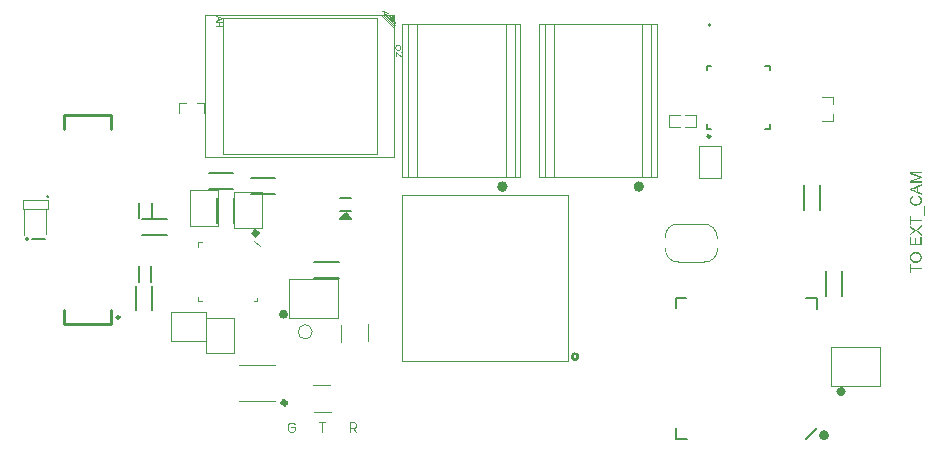
<source format=gto>
G04*
G04 #@! TF.GenerationSoftware,Altium Limited,Altium Designer,22.2.1 (43)*
G04*
G04 Layer_Color=65535*
%FSLAX25Y25*%
%MOIN*%
G70*
G04*
G04 #@! TF.SameCoordinates,78EA78F8-FF88-446E-916A-2EA80F8DE5DB*
G04*
G04*
G04 #@! TF.FilePolarity,Positive*
G04*
G01*
G75*
%ADD10C,0.00984*%
%ADD11C,0.00394*%
%ADD12C,0.00315*%
%ADD13C,0.01575*%
%ADD14C,0.01000*%
%ADD15C,0.00787*%
%ADD16C,0.00984*%
%ADD17C,0.00600*%
%ADD18C,0.00532*%
%ADD19C,0.00591*%
%ADD20C,0.00394*%
%ADD21C,0.00602*%
%ADD22C,0.00400*%
%ADD23C,0.01181*%
%ADD24C,0.00120*%
G36*
X302354Y94352D02*
X299141D01*
X302354Y93231D01*
Y92776D01*
X299085Y91666D01*
X302354D01*
Y91178D01*
X298514D01*
Y91938D01*
X301239Y92848D01*
X301244D01*
X301255Y92854D01*
X301272Y92859D01*
X301300Y92870D01*
X301366Y92893D01*
X301450Y92920D01*
X301544Y92948D01*
X301639Y92981D01*
X301727Y93009D01*
X301805Y93031D01*
X301794Y93037D01*
X301766Y93042D01*
X301716Y93059D01*
X301649Y93081D01*
X301561Y93109D01*
X301455Y93148D01*
X301333Y93187D01*
X301189Y93237D01*
X298514Y94158D01*
Y94841D01*
X302354D01*
Y94352D01*
D02*
G37*
G36*
Y90206D02*
X301189Y89757D01*
Y88147D01*
X302354Y87731D01*
Y87193D01*
X298514Y88658D01*
Y89213D01*
X302354Y90784D01*
Y90206D01*
D02*
G37*
G36*
X301167Y86982D02*
X301200Y86971D01*
X301244Y86954D01*
X301294Y86937D01*
X301355Y86915D01*
X301422Y86888D01*
X301494Y86854D01*
X301649Y86777D01*
X301805Y86677D01*
X301883Y86616D01*
X301960Y86554D01*
X302027Y86488D01*
X302094Y86410D01*
X302099Y86405D01*
X302110Y86394D01*
X302121Y86366D01*
X302144Y86338D01*
X302171Y86294D01*
X302199Y86249D01*
X302227Y86188D01*
X302255Y86127D01*
X302288Y86055D01*
X302315Y85977D01*
X302343Y85894D01*
X302371Y85805D01*
X302393Y85711D01*
X302404Y85611D01*
X302415Y85506D01*
X302421Y85395D01*
Y85334D01*
X302415Y85289D01*
Y85239D01*
X302410Y85178D01*
X302399Y85111D01*
X302388Y85034D01*
X302360Y84873D01*
X302315Y84706D01*
X302255Y84540D01*
X302216Y84462D01*
X302171Y84385D01*
X302166Y84379D01*
X302160Y84368D01*
X302144Y84346D01*
X302121Y84323D01*
X302099Y84290D01*
X302066Y84251D01*
X302027Y84207D01*
X301982Y84162D01*
X301933Y84118D01*
X301883Y84068D01*
X301755Y83968D01*
X301605Y83874D01*
X301439Y83791D01*
X301433D01*
X301416Y83780D01*
X301389Y83774D01*
X301355Y83757D01*
X301311Y83746D01*
X301255Y83729D01*
X301195Y83707D01*
X301128Y83691D01*
X301056Y83674D01*
X300972Y83652D01*
X300800Y83624D01*
X300606Y83602D01*
X300406Y83591D01*
X300401D01*
X300379D01*
X300345D01*
X300306Y83596D01*
X300251D01*
X300195Y83602D01*
X300123Y83607D01*
X300051Y83619D01*
X299890Y83646D01*
X299713Y83685D01*
X299535Y83741D01*
X299363Y83818D01*
X299357Y83824D01*
X299341Y83829D01*
X299319Y83841D01*
X299291Y83863D01*
X299252Y83885D01*
X299207Y83913D01*
X299108Y83985D01*
X298997Y84079D01*
X298886Y84190D01*
X298775Y84318D01*
X298680Y84468D01*
X298675Y84473D01*
X298669Y84490D01*
X298658Y84512D01*
X298641Y84540D01*
X298625Y84584D01*
X298608Y84629D01*
X298586Y84684D01*
X298564Y84745D01*
X298542Y84812D01*
X298519Y84884D01*
X298486Y85039D01*
X298458Y85217D01*
X298447Y85400D01*
Y85456D01*
X298453Y85494D01*
X298458Y85544D01*
X298464Y85605D01*
X298469Y85667D01*
X298486Y85739D01*
X298519Y85888D01*
X298569Y86055D01*
X298603Y86138D01*
X298641Y86216D01*
X298691Y86294D01*
X298741Y86371D01*
X298747Y86377D01*
X298752Y86388D01*
X298769Y86410D01*
X298797Y86438D01*
X298825Y86466D01*
X298864Y86505D01*
X298908Y86543D01*
X298952Y86588D01*
X299008Y86632D01*
X299074Y86677D01*
X299141Y86726D01*
X299213Y86771D01*
X299296Y86810D01*
X299380Y86854D01*
X299468Y86888D01*
X299568Y86921D01*
X299685Y86421D01*
X299679D01*
X299668Y86416D01*
X299646Y86405D01*
X299618Y86394D01*
X299585Y86382D01*
X299540Y86366D01*
X299452Y86321D01*
X299352Y86266D01*
X299252Y86199D01*
X299158Y86116D01*
X299074Y86027D01*
X299063Y86016D01*
X299041Y85983D01*
X299013Y85927D01*
X298974Y85855D01*
X298941Y85761D01*
X298908Y85655D01*
X298886Y85528D01*
X298880Y85389D01*
Y85345D01*
X298886Y85317D01*
Y85278D01*
X298891Y85234D01*
X298908Y85128D01*
X298930Y85012D01*
X298969Y84890D01*
X299024Y84762D01*
X299096Y84645D01*
Y84640D01*
X299108Y84634D01*
X299135Y84595D01*
X299180Y84545D01*
X299246Y84484D01*
X299330Y84412D01*
X299424Y84346D01*
X299540Y84285D01*
X299668Y84229D01*
X299674D01*
X299685Y84224D01*
X299701Y84218D01*
X299729Y84212D01*
X299763Y84201D01*
X299801Y84190D01*
X299896Y84174D01*
X300007Y84151D01*
X300129Y84129D01*
X300262Y84118D01*
X300406Y84113D01*
X300412D01*
X300429D01*
X300456D01*
X300490D01*
X300529Y84118D01*
X300578D01*
X300634Y84124D01*
X300695Y84129D01*
X300828Y84146D01*
X300972Y84174D01*
X301117Y84207D01*
X301261Y84251D01*
X301267D01*
X301278Y84257D01*
X301294Y84268D01*
X301322Y84279D01*
X301389Y84312D01*
X301466Y84362D01*
X301555Y84423D01*
X301649Y84501D01*
X301733Y84590D01*
X301811Y84695D01*
Y84701D01*
X301816Y84712D01*
X301827Y84728D01*
X301838Y84751D01*
X301849Y84778D01*
X301866Y84812D01*
X301899Y84890D01*
X301933Y84989D01*
X301960Y85100D01*
X301982Y85223D01*
X301988Y85350D01*
Y85389D01*
X301982Y85422D01*
Y85461D01*
X301977Y85500D01*
X301955Y85600D01*
X301927Y85716D01*
X301883Y85833D01*
X301822Y85955D01*
X301788Y86016D01*
X301744Y86072D01*
X301738Y86077D01*
X301733Y86083D01*
X301716Y86099D01*
X301699Y86122D01*
X301672Y86144D01*
X301639Y86172D01*
X301605Y86205D01*
X301561Y86233D01*
X301511Y86266D01*
X301455Y86305D01*
X301400Y86338D01*
X301333Y86371D01*
X301261Y86399D01*
X301183Y86427D01*
X301100Y86455D01*
X301011Y86477D01*
X301139Y86987D01*
X301145D01*
X301167Y86982D01*
D02*
G37*
G36*
X303420Y80255D02*
X303081D01*
Y83380D01*
X303420D01*
Y80255D01*
D02*
G37*
G36*
X298969Y78962D02*
X302354D01*
Y78452D01*
X298969D01*
Y77186D01*
X298514D01*
Y80228D01*
X298969D01*
Y78962D01*
D02*
G37*
G36*
X302354Y76392D02*
X300989Y75421D01*
X300984Y75416D01*
X300967Y75405D01*
X300945Y75393D01*
X300917Y75371D01*
X300839Y75321D01*
X300756Y75266D01*
X300762Y75260D01*
X300784Y75244D01*
X300817Y75221D01*
X300862Y75194D01*
X300950Y75133D01*
X300989Y75105D01*
X301022Y75083D01*
X302354Y74111D01*
Y73501D01*
X300367Y74983D01*
X298514Y73673D01*
Y74278D01*
X299502Y74977D01*
X299507D01*
X299513Y74988D01*
X299529Y74999D01*
X299552Y75016D01*
X299607Y75049D01*
X299674Y75099D01*
X299751Y75149D01*
X299829Y75199D01*
X299901Y75244D01*
X299968Y75282D01*
X299957Y75288D01*
X299935Y75305D01*
X299890Y75332D01*
X299835Y75371D01*
X299774Y75416D01*
X299696Y75471D01*
X299618Y75527D01*
X299535Y75593D01*
X298514Y76359D01*
Y76914D01*
X300340Y75582D01*
X302354Y77020D01*
Y76392D01*
D02*
G37*
G36*
Y70321D02*
X298514D01*
Y73101D01*
X298969D01*
Y70831D01*
X300140D01*
Y72957D01*
X300595D01*
Y70831D01*
X301899D01*
Y73190D01*
X302354D01*
Y70321D01*
D02*
G37*
G36*
X300545Y68162D02*
X300595D01*
X300656Y68156D01*
X300723Y68145D01*
X300795Y68140D01*
X300956Y68112D01*
X301133Y68067D01*
X301311Y68006D01*
X301400Y67973D01*
X301489Y67929D01*
X301494D01*
X301511Y67918D01*
X301533Y67906D01*
X301566Y67884D01*
X301605Y67862D01*
X301644Y67834D01*
X301749Y67757D01*
X301860Y67662D01*
X301977Y67551D01*
X302088Y67418D01*
X302188Y67263D01*
Y67257D01*
X302199Y67246D01*
X302210Y67218D01*
X302227Y67185D01*
X302243Y67146D01*
X302260Y67102D01*
X302282Y67046D01*
X302304Y66985D01*
X302327Y66919D01*
X302349Y66847D01*
X302382Y66685D01*
X302410Y66514D01*
X302421Y66330D01*
Y66275D01*
X302415Y66242D01*
Y66192D01*
X302404Y66136D01*
X302399Y66075D01*
X302388Y66003D01*
X302354Y65853D01*
X302310Y65692D01*
X302243Y65526D01*
X302205Y65442D01*
X302160Y65359D01*
X302155Y65354D01*
X302149Y65342D01*
X302132Y65320D01*
X302110Y65287D01*
X302088Y65254D01*
X302055Y65215D01*
X301972Y65120D01*
X301871Y65015D01*
X301749Y64904D01*
X301611Y64804D01*
X301450Y64710D01*
X301444D01*
X301428Y64699D01*
X301405Y64688D01*
X301372Y64676D01*
X301328Y64660D01*
X301278Y64643D01*
X301222Y64621D01*
X301161Y64604D01*
X301089Y64582D01*
X301017Y64560D01*
X300850Y64526D01*
X300678Y64504D01*
X300490Y64493D01*
X300484D01*
X300479D01*
X300445D01*
X300395Y64499D01*
X300329D01*
X300251Y64510D01*
X300157Y64521D01*
X300051Y64538D01*
X299940Y64560D01*
X299824Y64582D01*
X299701Y64615D01*
X299579Y64660D01*
X299452Y64710D01*
X299330Y64765D01*
X299207Y64837D01*
X299096Y64915D01*
X298991Y65004D01*
X298986Y65009D01*
X298969Y65026D01*
X298941Y65059D01*
X298908Y65098D01*
X298864Y65148D01*
X298819Y65209D01*
X298769Y65281D01*
X298719Y65365D01*
X298669Y65453D01*
X298619Y65553D01*
X298575Y65664D01*
X298531Y65781D01*
X298497Y65908D01*
X298469Y66042D01*
X298453Y66180D01*
X298447Y66330D01*
Y66380D01*
X298453Y66419D01*
Y66469D01*
X298458Y66519D01*
X298469Y66586D01*
X298481Y66652D01*
X298508Y66796D01*
X298553Y66963D01*
X298619Y67124D01*
X298658Y67207D01*
X298703Y67290D01*
X298708Y67296D01*
X298714Y67307D01*
X298730Y67329D01*
X298747Y67363D01*
X298775Y67396D01*
X298808Y67440D01*
X298886Y67535D01*
X298986Y67635D01*
X299108Y67746D01*
X299252Y67851D01*
X299413Y67940D01*
X299418D01*
X299435Y67951D01*
X299457Y67962D01*
X299491Y67973D01*
X299535Y67995D01*
X299585Y68012D01*
X299646Y68034D01*
X299713Y68056D01*
X299785Y68073D01*
X299862Y68095D01*
X299951Y68117D01*
X300040Y68134D01*
X300234Y68156D01*
X300445Y68167D01*
X300451D01*
X300473D01*
X300501D01*
X300545Y68162D01*
D02*
G37*
G36*
X298969Y62856D02*
X302354D01*
Y62345D01*
X298969D01*
Y61080D01*
X298514D01*
Y64121D01*
X298969D01*
Y62856D01*
D02*
G37*
%LPC*%
G36*
X300773Y89596D02*
X299718Y89196D01*
X299713D01*
X299696Y89191D01*
X299668Y89180D01*
X299635Y89169D01*
X299596Y89152D01*
X299546Y89135D01*
X299491Y89119D01*
X299435Y89096D01*
X299307Y89052D01*
X299174Y89008D01*
X299041Y88963D01*
X298913Y88924D01*
X298919D01*
X298930Y88919D01*
X298952D01*
X298974Y88908D01*
X299013Y88902D01*
X299052Y88891D01*
X299147Y88869D01*
X299257Y88841D01*
X299380Y88802D01*
X299513Y88763D01*
X299652Y88714D01*
X300773Y88297D01*
Y89596D01*
D02*
G37*
G36*
X300440Y67646D02*
X300434D01*
X300417D01*
X300395D01*
X300362D01*
X300323Y67640D01*
X300273D01*
X300223Y67635D01*
X300162Y67624D01*
X300034Y67607D01*
X299901Y67579D01*
X299757Y67540D01*
X299624Y67485D01*
X299618D01*
X299607Y67479D01*
X299590Y67468D01*
X299568Y67457D01*
X299502Y67418D01*
X299424Y67368D01*
X299335Y67301D01*
X299246Y67218D01*
X299158Y67124D01*
X299080Y67019D01*
Y67013D01*
X299069Y67007D01*
X299063Y66991D01*
X299047Y66963D01*
X299036Y66935D01*
X299019Y66902D01*
X298980Y66819D01*
X298947Y66719D01*
X298913Y66602D01*
X298891Y66469D01*
X298886Y66330D01*
Y66280D01*
X298891Y66242D01*
X298897Y66192D01*
X298908Y66142D01*
X298919Y66081D01*
X298930Y66014D01*
X298974Y65870D01*
X299008Y65792D01*
X299041Y65714D01*
X299085Y65631D01*
X299135Y65553D01*
X299191Y65476D01*
X299257Y65403D01*
X299263Y65398D01*
X299274Y65387D01*
X299296Y65370D01*
X299330Y65342D01*
X299369Y65315D01*
X299418Y65281D01*
X299480Y65248D01*
X299552Y65209D01*
X299629Y65176D01*
X299724Y65137D01*
X299824Y65104D01*
X299935Y65076D01*
X300057Y65048D01*
X300195Y65032D01*
X300340Y65021D01*
X300495Y65015D01*
X300501D01*
X300523D01*
X300562D01*
X300612Y65021D01*
X300667Y65026D01*
X300734Y65037D01*
X300812Y65048D01*
X300889Y65059D01*
X301067Y65104D01*
X301156Y65137D01*
X301250Y65170D01*
X301339Y65215D01*
X301428Y65265D01*
X301511Y65320D01*
X301589Y65387D01*
X301594Y65392D01*
X301605Y65403D01*
X301627Y65426D01*
X301649Y65453D01*
X301683Y65492D01*
X301716Y65537D01*
X301749Y65587D01*
X301788Y65642D01*
X301827Y65709D01*
X301860Y65781D01*
X301894Y65859D01*
X301927Y65942D01*
X301949Y66031D01*
X301972Y66119D01*
X301982Y66219D01*
X301988Y66325D01*
Y66352D01*
X301982Y66380D01*
Y66419D01*
X301977Y66469D01*
X301966Y66524D01*
X301955Y66591D01*
X301938Y66658D01*
X301916Y66736D01*
X301888Y66808D01*
X301860Y66891D01*
X301822Y66969D01*
X301772Y67046D01*
X301722Y67124D01*
X301661Y67202D01*
X301589Y67274D01*
X301583Y67279D01*
X301572Y67290D01*
X301544Y67307D01*
X301511Y67335D01*
X301472Y67363D01*
X301422Y67390D01*
X301361Y67424D01*
X301294Y67462D01*
X301217Y67496D01*
X301128Y67529D01*
X301033Y67557D01*
X300934Y67590D01*
X300823Y67612D01*
X300700Y67629D01*
X300573Y67640D01*
X300440Y67646D01*
D02*
G37*
%LPD*%
D10*
X187823Y33232D02*
G03*
X187823Y33232I-985J0D01*
G01*
D11*
X128713Y136150D02*
G03*
X128713Y136150I-862J0D01*
G01*
X99222Y41524D02*
G03*
X99222Y41524I-2362J0D01*
G01*
X184516Y31657D02*
Y87169D01*
X129004Y31657D02*
X184516D01*
X129004D02*
Y87169D01*
X184516D01*
X269218Y119905D02*
X272762D01*
Y117622D02*
Y119905D01*
X269218Y111834D02*
X272762D01*
Y114118D01*
X63638Y99890D02*
Y147134D01*
Y99890D02*
X126630D01*
Y147134D01*
X63638D02*
X126630D01*
X123914D02*
X126669Y144418D01*
X124386Y147134D02*
X126669Y144851D01*
X124898Y147134D02*
X126630Y145402D01*
X125410Y147134D02*
X126630Y145914D01*
X125803Y147134D02*
X126630Y146307D01*
X126197Y147134D02*
X126630Y146701D01*
X123362Y147173D02*
X126669Y143866D01*
X122890Y147134D02*
X126630Y143355D01*
X122299Y147173D02*
X126630Y142803D01*
X69543Y100874D02*
Y146150D01*
Y100874D02*
X120725D01*
Y146150D01*
X69543D02*
X120725D01*
X60743Y117956D02*
X63026D01*
Y114412D02*
Y117956D01*
X54956D02*
X57239D01*
X54956Y114412D02*
Y117956D01*
X168643Y93022D02*
Y144204D01*
X129273Y93022D02*
X168643D01*
X129273D02*
Y144204D01*
X168643D01*
X166675Y93022D02*
Y144204D01*
X131241Y93022D02*
Y144204D01*
X163722Y93022D02*
Y144204D01*
X134194Y93022D02*
Y144204D01*
X61254Y51719D02*
X62475D01*
X61254D02*
Y53058D01*
X79680Y51719D02*
X80940D01*
Y52901D01*
X61254Y69830D02*
Y71405D01*
X62632D01*
X79719Y71956D02*
X81688Y69987D01*
X58325Y76861D02*
Y88673D01*
X67774D01*
Y76861D02*
Y88673D01*
X58325Y76861D02*
X67774D01*
X3090Y81974D02*
X3129Y73863D01*
X10491Y74021D02*
Y81974D01*
X272247Y36415D02*
X288389D01*
X272247Y23423D02*
Y36415D01*
Y23423D02*
X288389D01*
Y36415D01*
X74842Y30374D02*
X86654D01*
X74842Y18562D02*
X86654D01*
X99929Y14791D02*
X105559D01*
X99625Y23791D02*
X105059D01*
X91632Y58993D02*
X107774D01*
X91632Y46001D02*
Y58993D01*
Y46001D02*
X107774D01*
Y58993D01*
X73125Y76236D02*
X82574D01*
Y88048D01*
X73125D02*
X82574D01*
X73125Y76236D02*
Y88048D01*
X179694Y93022D02*
Y144204D01*
X209222Y93022D02*
Y144204D01*
X176741Y93022D02*
Y144204D01*
X212175Y93022D02*
Y144204D01*
X174773D02*
X214143D01*
X174773Y93022D02*
Y144204D01*
Y93022D02*
X214143D01*
Y144204D01*
X52065Y38593D02*
X63876D01*
X52065D02*
Y48041D01*
X63876D01*
Y38593D02*
Y48041D01*
X63816Y46266D02*
X73264D01*
X63816Y34454D02*
Y46266D01*
Y34454D02*
X73264D01*
Y46266D01*
X117703Y38597D02*
Y44031D01*
X108703Y38097D02*
Y43727D01*
D12*
X216968Y69172D02*
G03*
X221298Y64842I4055J-276D01*
G01*
X221298Y77441D02*
G03*
X216968Y73110I-354J-3976D01*
G01*
X229960Y64842D02*
G03*
X234291Y69172I276J4055D01*
G01*
X234290Y72716D02*
G03*
X229566Y77440I-4527J197D01*
G01*
X221298Y64842D02*
X229960D01*
X221298Y77440D02*
X229566D01*
D13*
X270683Y7041D02*
G03*
X270683Y7041I-866J0D01*
G01*
X161685Y89792D02*
G03*
X161675Y89952I907J137D01*
G01*
X80979Y74397D02*
G03*
X80979Y74397I-669J0D01*
G01*
X276198Y21609D02*
G03*
X276198Y21609I-710J0D01*
G01*
X90472Y17835D02*
G03*
X90472Y17835I-591J0D01*
G01*
X90348Y47405D02*
G03*
X90348Y47405I-710J0D01*
G01*
X207185Y89792D02*
G03*
X207175Y89952I907J137D01*
G01*
D14*
X35014Y46361D02*
G03*
X35014Y46361I-500J0D01*
G01*
X16365Y44038D02*
Y48763D01*
X32113Y44038D02*
Y48763D01*
X16365Y44038D02*
X32113D01*
X16339Y113723D02*
X32087D01*
X16339Y108999D02*
Y113723D01*
X32087Y108999D02*
Y113723D01*
D15*
X4622Y72525D02*
G03*
X4622Y72525I-469J0D01*
G01*
X231957Y143800D02*
G03*
X231957Y143800I-394J0D01*
G01*
X5688Y72486D02*
X10294D01*
X108355Y79165D02*
X112292Y79204D01*
X108401Y81726D02*
X112304Y81731D01*
X108402Y86288D02*
X112305Y86294D01*
X110343Y81153D02*
X112292Y79204D01*
X108355Y79165D02*
X110343Y81153D01*
D16*
X231901Y106705D02*
G03*
X231901Y106705I-492J0D01*
G01*
D17*
X11300Y86600D02*
G03*
X11300Y86600I-300J0D01*
G01*
D18*
X263837Y52936D02*
X267616D01*
X220372D02*
X223955D01*
X220372Y49472D02*
Y52936D01*
Y5692D02*
Y9511D01*
Y5692D02*
X224230D01*
X263955D02*
X267616Y9353D01*
Y49196D02*
Y52936D01*
D19*
X230818Y109264D02*
X232295D01*
X230818D02*
Y110741D01*
Y128654D02*
Y130130D01*
X232295D01*
X250208D02*
X251684D01*
Y128654D02*
Y130130D01*
X250208Y109264D02*
X251684D01*
Y110741D01*
D20*
X218012Y113896D02*
X221654D01*
X223622D02*
X227264D01*
X218012Y109959D02*
X221654D01*
X223622D02*
X227264D01*
X218012D02*
Y113896D01*
X227264Y109959D02*
Y113896D01*
X228001Y103402D02*
X235481D01*
X228001Y92772D02*
Y103402D01*
Y92772D02*
X235481D01*
Y103402D01*
X111653Y8268D02*
Y11416D01*
X113228D01*
X113753Y10892D01*
Y9842D01*
X113228Y9317D01*
X111653D01*
X112703D02*
X113753Y8268D01*
X101496Y11377D02*
X103595D01*
X102546D01*
Y8228D01*
X93359Y10773D02*
X92834Y11298D01*
X91785D01*
X91260Y10773D01*
Y8674D01*
X91785Y8150D01*
X92834D01*
X93359Y8674D01*
Y9724D01*
X92309D01*
D21*
X41339Y58189D02*
Y63307D01*
X45512Y58189D02*
Y63307D01*
X40551Y48661D02*
Y56929D01*
X45906Y48661D02*
Y56929D01*
X45709Y79449D02*
Y84567D01*
X41535Y79449D02*
Y84567D01*
X42638Y73898D02*
X50906D01*
X42638Y79252D02*
X50906D01*
X268386Y82284D02*
Y90551D01*
X263032Y82284D02*
Y90551D01*
X270334Y53483D02*
Y61751D01*
X275688Y53483D02*
Y61751D01*
X78707Y92814D02*
X86974D01*
X78707Y87460D02*
X86974D01*
X64665Y89261D02*
X72932D01*
X64665Y94616D02*
X72932D01*
X72988Y77823D02*
Y86091D01*
X67633Y77823D02*
Y86091D01*
X99898Y59599D02*
X108166D01*
X99898Y64953D02*
X108166D01*
D22*
X11134Y82465D02*
Y85615D01*
X2866D02*
X11134D01*
X2866Y82465D02*
Y85615D01*
Y82465D02*
X11134D01*
D23*
X109457Y79774D02*
X111274Y79759D01*
X109457Y79774D02*
X110366Y79767D01*
X110450Y80492D01*
D24*
X128704Y134716D02*
X128800D01*
X128990Y134620D01*
X129085Y134525D01*
X129180Y134335D01*
Y133954D01*
X129085Y133763D01*
X128990Y133668D01*
X128800Y133573D01*
X128609D01*
X128419Y133668D01*
X128133Y133859D01*
X127181Y134811D01*
Y133478D01*
X122417Y147106D02*
X124416Y147868D01*
X122417Y148630D01*
X123083Y148344D02*
Y147392D01*
X67034Y145288D02*
X69033Y146050D01*
X67034Y146812D01*
X67700Y146526D02*
Y145574D01*
X69033Y144822D02*
X67034D01*
X69033Y143489D02*
X67034D01*
X68081Y144822D02*
Y143489D01*
M02*

</source>
